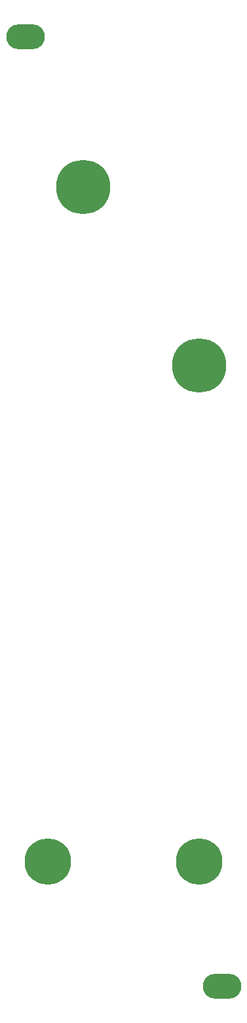
<source format=gbr>
%TF.GenerationSoftware,KiCad,Pcbnew,(6.0.11)*%
%TF.CreationDate,2023-03-02T10:52:13+00:00*%
%TF.ProjectId,Quilter_Panel,5175696c-7465-4725-9f50-616e656c2e6b,rev?*%
%TF.SameCoordinates,Original*%
%TF.FileFunction,Soldermask,Bot*%
%TF.FilePolarity,Negative*%
%FSLAX46Y46*%
G04 Gerber Fmt 4.6, Leading zero omitted, Abs format (unit mm)*
G04 Created by KiCad (PCBNEW (6.0.11)) date 2023-03-02 10:52:13*
%MOMM*%
%LPD*%
G01*
G04 APERTURE LIST*
%ADD10C,7.000000*%
%ADD11O,5.000000X3.200000*%
%ADD12C,6.000000*%
G04 APERTURE END LIST*
D10*
%TO.C,Ref\u002A\u002A*%
X65000000Y-53600000D03*
%TD*%
%TO.C,Ref\u002A\u002A*%
X80000000Y-76600000D03*
%TD*%
D11*
%TO.C,Ref\u002A\u002A*%
X82900000Y-156700000D03*
%TD*%
D12*
%TO.C,Ref\u002A\u002A*%
X60400000Y-140600000D03*
%TD*%
%TO.C,Ref\u002A\u002A*%
X80000000Y-140600000D03*
%TD*%
D11*
%TO.C,Ref\u002A\u002A*%
X57500000Y-34200000D03*
%TD*%
M02*

</source>
